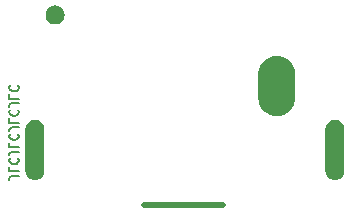
<source format=gbr>
G04 #@! TF.GenerationSoftware,KiCad,Pcbnew,(5.0.2)-1*
G04 #@! TF.CreationDate,2019-07-28T22:47:38+08:00*
G04 #@! TF.ProjectId,I2CS,49324353-2e6b-4696-9361-645f70636258,rev?*
G04 #@! TF.SameCoordinates,Original*
G04 #@! TF.FileFunction,Soldermask,Bot*
G04 #@! TF.FilePolarity,Negative*
%FSLAX46Y46*%
G04 Gerber Fmt 4.6, Leading zero omitted, Abs format (unit mm)*
G04 Created by KiCad (PCBNEW (5.0.2)-1) date 2019-07-28 22:47:38*
%MOMM*%
%LPD*%
G01*
G04 APERTURE LIST*
%ADD10C,0.500000*%
%ADD11C,0.150000*%
%ADD12C,0.100000*%
G04 APERTURE END LIST*
D10*
X130713480Y-114139980D02*
X137416540Y-114139980D01*
D11*
X120133055Y-111680798D02*
X119561626Y-111680798D01*
X119447340Y-111718893D01*
X119371150Y-111795083D01*
X119333055Y-111909369D01*
X119333055Y-111985560D01*
X119333055Y-110918893D02*
X119333055Y-111299845D01*
X120133055Y-111299845D01*
X119409245Y-110195083D02*
X119371150Y-110233179D01*
X119333055Y-110347464D01*
X119333055Y-110423655D01*
X119371150Y-110537940D01*
X119447340Y-110614131D01*
X119523531Y-110652226D01*
X119675912Y-110690321D01*
X119790198Y-110690321D01*
X119942579Y-110652226D01*
X120018769Y-110614131D01*
X120094960Y-110537940D01*
X120133055Y-110423655D01*
X120133055Y-110347464D01*
X120094960Y-110233179D01*
X120056864Y-110195083D01*
X120133055Y-109623655D02*
X119561626Y-109623655D01*
X119447340Y-109661750D01*
X119371150Y-109737940D01*
X119333055Y-109852226D01*
X119333055Y-109928417D01*
X119333055Y-108861750D02*
X119333055Y-109242702D01*
X120133055Y-109242702D01*
X119409245Y-108137940D02*
X119371150Y-108176036D01*
X119333055Y-108290321D01*
X119333055Y-108366512D01*
X119371150Y-108480798D01*
X119447340Y-108556988D01*
X119523531Y-108595083D01*
X119675912Y-108633179D01*
X119790198Y-108633179D01*
X119942579Y-108595083D01*
X120018769Y-108556988D01*
X120094960Y-108480798D01*
X120133055Y-108366512D01*
X120133055Y-108290321D01*
X120094960Y-108176036D01*
X120056864Y-108137940D01*
X120133055Y-107566512D02*
X119561626Y-107566512D01*
X119447340Y-107604607D01*
X119371150Y-107680798D01*
X119333055Y-107795083D01*
X119333055Y-107871274D01*
X119333055Y-106804607D02*
X119333055Y-107185560D01*
X120133055Y-107185560D01*
X119409245Y-106080798D02*
X119371150Y-106118893D01*
X119333055Y-106233179D01*
X119333055Y-106309369D01*
X119371150Y-106423655D01*
X119447340Y-106499845D01*
X119523531Y-106537940D01*
X119675912Y-106576036D01*
X119790198Y-106576036D01*
X119942579Y-106537940D01*
X120018769Y-106499845D01*
X120094960Y-106423655D01*
X120133055Y-106309369D01*
X120133055Y-106233179D01*
X120094960Y-106118893D01*
X120056864Y-106080798D01*
X120133055Y-105509369D02*
X119561626Y-105509369D01*
X119447340Y-105547464D01*
X119371150Y-105623655D01*
X119333055Y-105737940D01*
X119333055Y-105814131D01*
X119333055Y-104747464D02*
X119333055Y-105128417D01*
X120133055Y-105128417D01*
X119409245Y-104023655D02*
X119371150Y-104061750D01*
X119333055Y-104176036D01*
X119333055Y-104252226D01*
X119371150Y-104366512D01*
X119447340Y-104442702D01*
X119523531Y-104480798D01*
X119675912Y-104518893D01*
X119790198Y-104518893D01*
X119942579Y-104480798D01*
X120018769Y-104442702D01*
X120094960Y-104366512D01*
X120133055Y-104252226D01*
X120133055Y-104176036D01*
X120094960Y-104061750D01*
X120056864Y-104023655D01*
D12*
G36*
X121660464Y-106942210D02*
X121811451Y-106988012D01*
X121950601Y-107062388D01*
X122011589Y-107112439D01*
X122072573Y-107162487D01*
X122072574Y-107162489D01*
X122072576Y-107162490D01*
X122172670Y-107284455D01*
X122247048Y-107423608D01*
X122292850Y-107574595D01*
X122304440Y-107692274D01*
X122304440Y-111270966D01*
X122292850Y-111388645D01*
X122247048Y-111539632D01*
X122172670Y-111678785D01*
X122072573Y-111800753D01*
X121950605Y-111900850D01*
X121811452Y-111975228D01*
X121660465Y-112021030D01*
X121503440Y-112036495D01*
X121346416Y-112021030D01*
X121195429Y-111975228D01*
X121056276Y-111900850D01*
X120934308Y-111800753D01*
X120834211Y-111678785D01*
X120759833Y-111539632D01*
X120714031Y-111388645D01*
X120702441Y-111270966D01*
X120702440Y-107692275D01*
X120714030Y-107574596D01*
X120759832Y-107423609D01*
X120834208Y-107284459D01*
X120934305Y-107162490D01*
X120934307Y-107162487D01*
X120934309Y-107162486D01*
X120934310Y-107162484D01*
X121056275Y-107062390D01*
X121195428Y-106988012D01*
X121346415Y-106942210D01*
X121503440Y-106926745D01*
X121660464Y-106942210D01*
X121660464Y-106942210D01*
G37*
G36*
X147060464Y-106942210D02*
X147211451Y-106988012D01*
X147350601Y-107062388D01*
X147411589Y-107112439D01*
X147472573Y-107162487D01*
X147472574Y-107162489D01*
X147472576Y-107162490D01*
X147572670Y-107284455D01*
X147647048Y-107423608D01*
X147692850Y-107574595D01*
X147704440Y-107692274D01*
X147704440Y-111270966D01*
X147692850Y-111388645D01*
X147647048Y-111539632D01*
X147572670Y-111678785D01*
X147472573Y-111800753D01*
X147350605Y-111900850D01*
X147211452Y-111975228D01*
X147060465Y-112021030D01*
X146903440Y-112036495D01*
X146746416Y-112021030D01*
X146595429Y-111975228D01*
X146456276Y-111900850D01*
X146334308Y-111800753D01*
X146234211Y-111678785D01*
X146159833Y-111539632D01*
X146114031Y-111388645D01*
X146102441Y-111270966D01*
X146102440Y-107692275D01*
X146114030Y-107574596D01*
X146159832Y-107423609D01*
X146234208Y-107284459D01*
X146334305Y-107162490D01*
X146334307Y-107162487D01*
X146334309Y-107162486D01*
X146334310Y-107162484D01*
X146456275Y-107062390D01*
X146595428Y-106988012D01*
X146746415Y-106942210D01*
X146903440Y-106926745D01*
X147060464Y-106942210D01*
X147060464Y-106942210D01*
G37*
G36*
X142279889Y-101527622D02*
X142474799Y-101586747D01*
X142572255Y-101616310D01*
X142670530Y-101668840D01*
X142841698Y-101760331D01*
X143077869Y-101954151D01*
X143271689Y-102190322D01*
X143363180Y-102361490D01*
X143415710Y-102459765D01*
X143415710Y-102459766D01*
X143504398Y-102752131D01*
X143526840Y-102979990D01*
X143526840Y-105132370D01*
X143504398Y-105360229D01*
X143445273Y-105555139D01*
X143415710Y-105652595D01*
X143363180Y-105750870D01*
X143271689Y-105922038D01*
X143271687Y-105922040D01*
X143077872Y-106158206D01*
X143077870Y-106158207D01*
X143077869Y-106158209D01*
X142841697Y-106352029D01*
X142706975Y-106424039D01*
X142572254Y-106496050D01*
X142474798Y-106525613D01*
X142279888Y-106584738D01*
X141975840Y-106614684D01*
X141671791Y-106584738D01*
X141476881Y-106525613D01*
X141379425Y-106496050D01*
X141281150Y-106443520D01*
X141109982Y-106352029D01*
X141015514Y-106274501D01*
X140873814Y-106158212D01*
X140873813Y-106158210D01*
X140873811Y-106158209D01*
X140679991Y-105922037D01*
X140535971Y-105652595D01*
X140535970Y-105652594D01*
X140506407Y-105555138D01*
X140447282Y-105360228D01*
X140424840Y-105132369D01*
X140424841Y-102979990D01*
X140447283Y-102752131D01*
X140535971Y-102459766D01*
X140535971Y-102459765D01*
X140588501Y-102361490D01*
X140679992Y-102190322D01*
X140873812Y-101954151D01*
X141109983Y-101760331D01*
X141281151Y-101668840D01*
X141379426Y-101616310D01*
X141476882Y-101586747D01*
X141671792Y-101527622D01*
X141975840Y-101497676D01*
X142279889Y-101527622D01*
X142279889Y-101527622D01*
G37*
G36*
X123364805Y-97262210D02*
X123515792Y-97308012D01*
X123654945Y-97382390D01*
X123776913Y-97482487D01*
X123877010Y-97604455D01*
X123951388Y-97743608D01*
X123997190Y-97894595D01*
X124012655Y-98051620D01*
X123997190Y-98208645D01*
X123951388Y-98359632D01*
X123877010Y-98498785D01*
X123776913Y-98620753D01*
X123654945Y-98720850D01*
X123515792Y-98795228D01*
X123364805Y-98841030D01*
X123247126Y-98852620D01*
X123168434Y-98852620D01*
X123050755Y-98841030D01*
X122899768Y-98795228D01*
X122760615Y-98720850D01*
X122638647Y-98620753D01*
X122538550Y-98498785D01*
X122464172Y-98359632D01*
X122418370Y-98208645D01*
X122402905Y-98051620D01*
X122418370Y-97894595D01*
X122464172Y-97743608D01*
X122538550Y-97604455D01*
X122638647Y-97482487D01*
X122760615Y-97382390D01*
X122899768Y-97308012D01*
X123050755Y-97262210D01*
X123168434Y-97250620D01*
X123247126Y-97250620D01*
X123364805Y-97262210D01*
X123364805Y-97262210D01*
G37*
M02*

</source>
